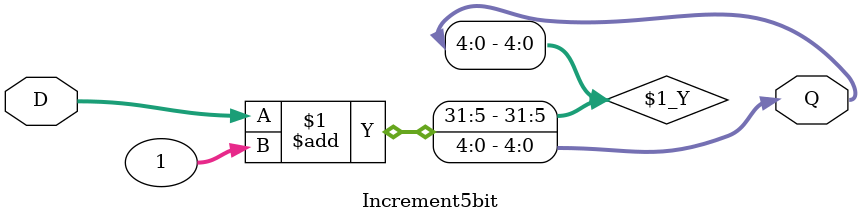
<source format=v>
module Increment5bit(
	input [4:0] D,
	output [4:0] Q
);

	assign Q = D + 1;

endmodule
</source>
